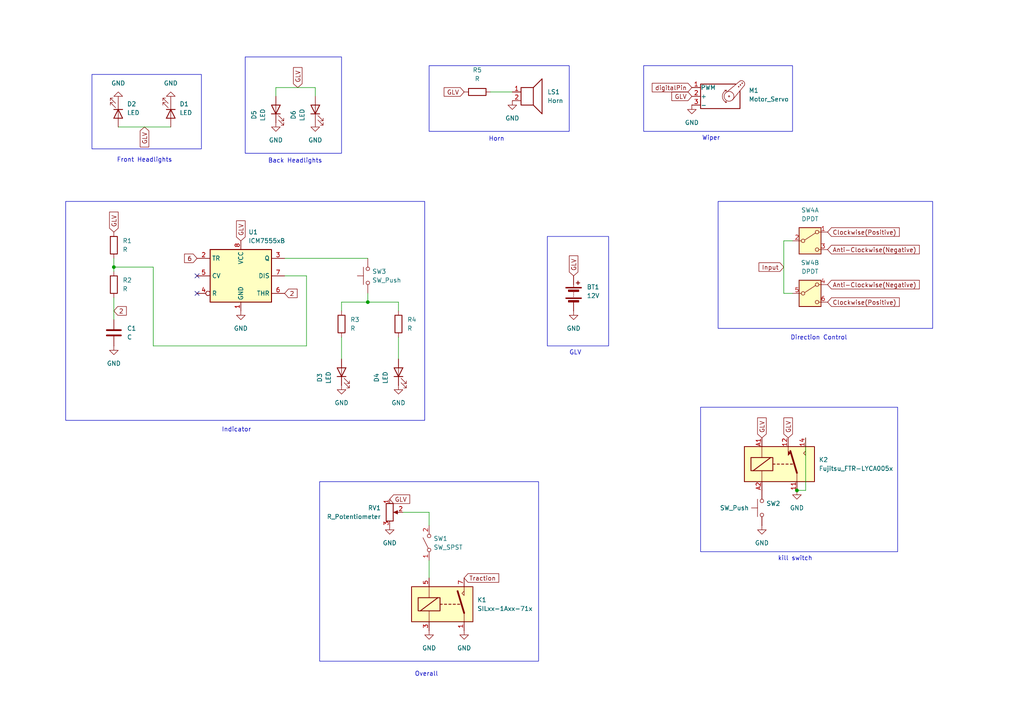
<source format=kicad_sch>
(kicad_sch (version 20231120) (generator "eeschema") (generator_version "8.0")
  (paper "A4")
  (lib_symbols
    (symbol "Device:Battery" (pin_numbers hide) (pin_names (offset 0) hide)
      (property "Reference" "BT" (at 2.54 2.54 0))
      (property "Value" "Battery" (at 2.54 0 0))
      (symbol "Battery_0_1"
        (rectangle (start -2.286 -1.27) (end 2.286 -1.524) (fill (type outline)))
        (rectangle (start -2.286 1.778) (end 2.286 1.524) (fill (type outline)))
        (rectangle (start -1.524 -2.032) (end 1.524 -2.54) (fill (type outline)))
        (rectangle (start -1.524 1.016) (end 1.524 0.508) (fill (type outline)))
        (polyline (pts (xy 0 -1.016) (xy 0 -0.762)))
        (polyline (pts (xy 0 -0.508) (xy 0 -0.254)))
        (polyline (pts (xy 0 0) (xy 0 0.254)))
        (polyline (pts (xy 0 1.778) (xy 0 2.54)))
        (polyline (pts (xy 0.762 3.048) (xy 1.778 3.048)) (stroke (width 0.254)))
        (polyline (pts (xy 1.27 3.556) (xy 1.27 2.54)) (stroke (width 0.254)))
      )
      (symbol "Battery_1_1"
        (pin passive line (at 0 5.08 270) (length 2.54) (name "+") (number "1"))
        (pin passive line (at 0 -5.08 90) (length 2.54) (name "-") (number "2"))
      )
    )
    (symbol "Device:C" (pin_numbers hide) (pin_names (offset 0.254))
      (property "Reference" "C" (at 0.635 2.54 0))
      (property "Value" "C" (at 0.635 -2.54 0))
      (symbol "C_0_1"
        (polyline (pts (xy -2.032 -0.762) (xy 2.032 -0.762)) (stroke (width 0.508)))
        (polyline (pts (xy -2.032 0.762) (xy 2.032 0.762)) (stroke (width 0.508)))
      )
      (symbol "C_1_1"
        (pin passive line (at 0 3.81 270) (length 2.794) (name "~") (number "1"))
        (pin passive line (at 0 -3.81 90) (length 2.794) (name "~") (number "2"))
      )
    )
    (symbol "Device:LED" (pin_numbers hide) (pin_names (offset 1.016) hide)
      (property "Reference" "D" (at 0 2.54 0))
      (property "Value" "LED" (at 0 -2.54 0))
      (symbol "LED_0_1"
        (polyline (pts (xy -1.27 -1.27) (xy -1.27 1.27)) (stroke (width 0.254)))
        (polyline (pts (xy -1.27 0) (xy 1.27 0)))
        (polyline (pts (xy 1.27 -1.27) (xy 1.27 1.27) (xy -1.27 0) (xy 1.27 -1.27)) (stroke (width 0.254)))
        (polyline (pts (xy -3.048 -0.762) (xy -4.572 -2.286) (xy -3.81 -2.286) (xy -4.572 -2.286) (xy -4.572 -1.524)))
        (polyline (pts (xy -1.778 -0.762) (xy -3.302 -2.286) (xy -2.54 -2.286) (xy -3.302 -2.286) (xy -3.302 -1.524)))
      )
      (symbol "LED_1_1"
        (pin passive line (at -3.81 0 0) (length 2.54) (name "K") (number "1"))
        (pin passive line (at 3.81 0 180) (length 2.54) (name "A") (number "2"))
      )
    )
    (symbol "Device:R" (pin_numbers hide) (pin_names (offset 0))
      (property "Reference" "R" (at 2.032 0 90))
      (property "Value" "R" (at 0 0 90))
      (symbol "R_0_1"
        (rectangle (start -1.016 -2.54) (end 1.016 2.54) (stroke (width 0.254)))
      )
      (symbol "R_1_1"
        (pin passive line (at 0 3.81 270) (length 1.27) (name "~") (number "1"))
        (pin passive line (at 0 -3.81 90) (length 1.27) (name "~") (number "2"))
      )
    )
    (symbol "Device:R_Potentiometer" (pin_names (offset 1.016) hide)
      (property "Reference" "RV" (at -4.445 0 90))
      (property "Value" "R_Potentiometer" (at -2.54 0 90))
      (symbol "R_Potentiometer_0_1"
        (polyline (pts (xy 2.54 0) (xy 1.524 0)))
        (polyline (pts (xy 1.143 0) (xy 2.286 0.508) (xy 2.286 -0.508) (xy 1.143 0)) (fill (type outline)))
        (rectangle (start 1.016 2.54) (end -1.016 -2.54) (stroke (width 0.254)))
      )
      (symbol "R_Potentiometer_1_1"
        (pin passive line (at 0 3.81 270) (length 1.27) (name "1") (number "1"))
        (pin passive line (at 3.81 0 180) (length 1.27) (name "2") (number "2"))
        (pin passive line (at 0 -3.81 90) (length 1.27) (name "3") (number "3"))
      )
    )
    (symbol "Device:Speaker" (pin_names (offset 0) hide)
      (property "Reference" "LS" (at 1.27 5.715 0))
      (property "Value" "Speaker" (at 1.27 3.81 0))
      (symbol "Speaker_0_0"
        (rectangle (start -2.54 1.27) (end 1.016 -3.81) (stroke (width 0.254)))
        (polyline (pts (xy 1.016 1.27) (xy 3.556 3.81) (xy 3.556 -6.35) (xy 1.016 -3.81)) (stroke (width 0.254)))
      )
      (symbol "Speaker_1_1"
        (pin input line (at -5.08 0 0) (length 2.54) (name "1") (number "1"))
        (pin input line (at -5.08 -2.54 0) (length 2.54) (name "2") (number "2"))
      )
    )
    (symbol "Motor:Motor_Servo" (pin_names (offset 0.0254))
      (property "Reference" "M" (at -5.08 4.445 0))
      (property "Value" "Motor_Servo" (at -5.08 -4.064 0))
      (symbol "Motor_Servo_0_1"
        (polyline (pts (xy 2.413 -1.778) (xy 2.032 -1.778)))
        (polyline (pts (xy 2.413 -1.778) (xy 2.286 -1.397)))
        (polyline (pts (xy 2.413 1.778) (xy 1.905 1.778)))
        (polyline (pts (xy 2.413 1.778) (xy 2.286 1.397)))
        (polyline (pts (xy 6.35 4.445) (xy 2.54 1.27)))
        (polyline (pts (xy 7.62 3.175) (xy 4.191 -1.016)))
        (polyline (pts (xy 5.08 3.556) (xy -5.08 3.556) (xy -5.08 -3.556) (xy 6.35 -3.556) (xy 6.35 1.524)) (stroke (width 0.254)))
        (arc (start 2.413 1.778) (mid 1.2406 0) (end 2.413 -1.778))
        (circle (center 3.175 0) (radius 0.1778))
        (circle (center 3.175 0) (radius 1.4224))
        (circle (center 5.969 2.794) (radius 0.127))
        (circle (center 6.477 3.302) (radius 0.127))
        (circle (center 6.985 3.81) (radius 0.127))
        (arc (start 7.62 3.175) (mid 7.4485 4.2735) (end 6.35 4.445))
      )
      (symbol "Motor_Servo_1_1"
        (pin passive line (at -7.62 2.54 0) (length 2.54) (name "PWM") (number "1"))
        (pin passive line (at -7.62 0 0) (length 2.54) (name "+") (number "2"))
        (pin passive line (at -7.62 -2.54 0) (length 2.54) (name "-") (number "3"))
      )
    )
    (symbol "Relay:Fujitsu_FTR-LYCA005x"
      (property "Reference" "K" (at 11.43 3.81 0))
      (property "Value" "Fujitsu_FTR-LYCA005x" (at 11.43 1.27 0))
      (symbol "Fujitsu_FTR-LYCA005x_0_0"
        (polyline (pts (xy 7.62 5.08) (xy 7.62 2.54) (xy 6.985 3.175) (xy 7.62 3.81)))
      )
      (symbol "Fujitsu_FTR-LYCA005x_0_1"
        (rectangle (start -10.16 5.08) (end 10.16 -5.08) (stroke (width 0.254)) (fill (type background)))
        (rectangle (start -8.255 1.905) (end -1.905 -1.905) (stroke (width 0.254)))
        (polyline (pts (xy -7.62 -1.905) (xy -2.54 1.905)) (stroke (width 0.254)))
        (polyline (pts (xy -5.08 -5.08) (xy -5.08 -1.905)))
        (polyline (pts (xy -5.08 5.08) (xy -5.08 1.905)))
        (polyline (pts (xy -1.905 0) (xy -1.27 0)) (stroke (width 0.254)))
        (polyline (pts (xy -0.635 0) (xy 0 0)) (stroke (width 0.254)))
        (polyline (pts (xy 0.635 0) (xy 1.27 0)) (stroke (width 0.254)))
        (polyline (pts (xy 1.905 0) (xy 2.54 0)) (stroke (width 0.254)))
        (polyline (pts (xy 3.175 0) (xy 3.81 0)) (stroke (width 0.254)))
        (polyline (pts (xy 5.08 -2.54) (xy 3.175 3.81)) (stroke (width 0.508)))
        (polyline (pts (xy 5.08 -2.54) (xy 5.08 -5.08)))
        (polyline (pts (xy 2.54 5.08) (xy 2.54 2.54) (xy 3.175 3.175) (xy 2.54 3.81)) (fill (type outline)))
      )
      (symbol "Fujitsu_FTR-LYCA005x_1_1"
        (pin passive line (at 5.08 -7.62 90) (length 2.54) (name "~") (number "11"))
        (pin passive line (at 2.54 7.62 270) (length 2.54) (name "~") (number "12"))
        (pin passive line (at 7.62 7.62 270) (length 2.54) (name "~") (number "14"))
        (pin passive line (at -5.08 7.62 270) (length 2.54) (name "~") (number "A1"))
        (pin passive line (at -5.08 -7.62 90) (length 2.54) (name "~") (number "A2"))
      )
    )
    (symbol "Relay:SILxx-1Axx-71x"
      (property "Reference" "K" (at 8.89 3.81 0))
      (property "Value" "SILxx-1Axx-71x" (at 8.89 1.27 0))
      (symbol "SILxx-1Axx-71x_0_0"
        (polyline (pts (xy 5.08 5.08) (xy 5.08 2.54) (xy 4.445 3.175) (xy 5.08 3.81)))
      )
      (symbol "SILxx-1Axx-71x_0_1"
        (rectangle (start -10.16 5.08) (end 7.62 -5.08) (stroke (width 0.254)) (fill (type background)))
        (rectangle (start -8.255 1.905) (end -1.905 -1.905) (stroke (width 0.254)))
        (polyline (pts (xy -7.62 -1.905) (xy -2.54 1.905)) (stroke (width 0.254)))
        (polyline (pts (xy -5.08 -5.08) (xy -5.08 -1.905)))
        (polyline (pts (xy -5.08 5.08) (xy -5.08 1.905)))
        (polyline (pts (xy -1.905 0) (xy -1.27 0)) (stroke (width 0.254)))
        (polyline (pts (xy -0.635 0) (xy 0 0)) (stroke (width 0.254)))
        (polyline (pts (xy 0.635 0) (xy 1.27 0)) (stroke (width 0.254)))
        (polyline (pts (xy 1.905 0) (xy 2.54 0)) (stroke (width 0.254)))
        (polyline (pts (xy 3.175 0) (xy 3.81 0)) (stroke (width 0.254)))
        (polyline (pts (xy 5.08 -2.54) (xy 3.175 3.81)) (stroke (width 0.508)))
        (polyline (pts (xy 5.08 -2.54) (xy 5.08 -5.08)))
      )
      (symbol "SILxx-1Axx-71x_1_1"
        (pin passive line (at 5.08 -7.62 90) (length 2.54) (name "~") (number "1"))
        (pin passive line (at -5.08 -7.62 90) (length 2.54) (name "~") (number "3"))
        (pin passive line (at -5.08 7.62 270) (length 2.54) (name "~") (number "5"))
        (pin passive line (at 5.08 7.62 270) (length 2.54) (name "~") (number "7"))
      )
    )
    (symbol "Switch:SW_DPDT_x2" (pin_names (offset 0) hide)
      (property "Reference" "SW" (at 0 5.08 0))
      (property "Value" "SW_DPDT_x2" (at 0 -5.08 0))
      (symbol "SW_DPDT_x2_0_0"
        (circle (center -2.032 0) (radius 0.508))
        (circle (center 2.032 -2.54) (radius 0.508))
      )
      (symbol "SW_DPDT_x2_0_1"
        (rectangle (start -3.175 3.81) (end 3.175 -3.81) (stroke (width 0.254)) (fill (type background)))
        (polyline (pts (xy -1.524 0.254) (xy 1.5748 2.286)))
        (circle (center 2.032 2.54) (radius 0.508))
      )
      (symbol "SW_DPDT_x2_1_1"
        (pin passive line (at 5.08 2.54 180) (length 2.54) (name "A") (number "1"))
        (pin passive line (at -5.08 0 0) (length 2.54) (name "B") (number "2"))
        (pin passive line (at 5.08 -2.54 180) (length 2.54) (name "C") (number "3"))
      )
      (symbol "SW_DPDT_x2_2_1"
        (pin passive line (at 5.08 2.54 180) (length 2.54) (name "A") (number "4"))
        (pin passive line (at -5.08 0 0) (length 2.54) (name "B") (number "5"))
        (pin passive line (at 5.08 -2.54 180) (length 2.54) (name "C") (number "6"))
      )
    )
    (symbol "Switch:SW_Push" (pin_numbers hide) (pin_names (offset 1.016) hide)
      (property "Reference" "SW" (at 1.27 2.54 0))
      (property "Value" "SW_Push" (at 0 -1.524 0))
      (symbol "SW_Push_0_1"
        (circle (center -2.032 0) (radius 0.508))
        (polyline (pts (xy 0 1.27) (xy 0 3.048)))
        (polyline (pts (xy 2.54 1.27) (xy -2.54 1.27)))
        (circle (center 2.032 0) (radius 0.508))
        (pin passive line (at -5.08 0 0) (length 2.54) (name "1") (number "1"))
        (pin passive line (at 5.08 0 180) (length 2.54) (name "2") (number "2"))
      )
    )
    (symbol "Switch:SW_SPST" (pin_names (offset 0) hide)
      (property "Reference" "SW" (at 0 3.175 0))
      (property "Value" "SW_SPST" (at 0 -2.54 0))
      (symbol "SW_SPST_0_0"
        (circle (center -2.032 0) (radius 0.508))
        (polyline (pts (xy -1.524 0.254) (xy 1.524 1.778)))
        (circle (center 2.032 0) (radius 0.508))
      )
      (symbol "SW_SPST_1_1"
        (pin passive line (at -5.08 0 0) (length 2.54) (name "A") (number "1"))
        (pin passive line (at 5.08 0 180) (length 2.54) (name "B") (number "2"))
      )
    )
    (symbol "Timer:ICM7555xB"
      (property "Reference" "U" (at -10.16 8.89 0))
      (property "Value" "ICM7555xB" (at 2.54 8.89 0))
      (symbol "ICM7555xB_0_0"
        (pin power_in line (at 0 -10.16 90) (length 2.54) (name "GND") (number "1"))
        (pin power_in line (at 0 10.16 270) (length 2.54) (name "VCC") (number "8"))
      )
      (symbol "ICM7555xB_0_1"
        (rectangle (start -8.89 -7.62) (end 8.89 7.62) (stroke (width 0.254)) (fill (type background)))
        (rectangle (start -8.89 -7.62) (end 8.89 7.62) (stroke (width 0.254)) (fill (type background)))
      )
      (symbol "ICM7555xB_1_1"
        (pin input line (at -12.7 5.08 0) (length 3.81) (name "TR") (number "2"))
        (pin output line (at 12.7 5.08 180) (length 3.81) (name "Q") (number "3"))
        (pin input inverted (at -12.7 -5.08 0) (length 3.81) (name "R") (number "4"))
        (pin input line (at -12.7 0 0) (length 3.81) (name "CV") (number "5"))
        (pin input line (at 12.7 -5.08 180) (length 3.81) (name "THR") (number "6"))
        (pin input line (at 12.7 0 180) (length 3.81) (name "DIS") (number "7"))
      )
    )
    (symbol "power:GND" (power) (pin_numbers hide) (pin_names (offset 0) hide)
      (property "Value" "GND" (at 0 -3.81 0))
      (symbol "GND_0_1"
        (polyline (pts (xy 0 0) (xy 0 -1.27) (xy 1.27 -1.27) (xy 0 -2.54) (xy -1.27 -1.27) (xy 0 -1.27)))
      )
      (symbol "GND_1_1"
        (pin power_in line (at 0 0 270) (length 0) (name "~") (number "1"))
      )
    )
  )
  (junction (at 231.14 142.24))
  (junction (at 106.68 87.63))
  (junction (at 33.02 77.47))
  (no_connect (at 57.15 85.09))
  (no_connect (at 57.15 80.01))
  (wire (pts (xy 88.9 100.33) (xy 44.45 100.33)))
  (wire (pts (xy 124.46 162.56) (xy 124.46 167.64)))
  (wire (pts (xy 106.68 85.09) (xy 106.68 87.63)))
  (wire (pts (xy 80.01 25.4) (xy 91.44 25.4)))
  (wire (pts (xy 99.06 97.79) (xy 99.06 104.14)))
  (wire (pts (xy 91.44 25.4) (xy 91.44 27.94)))
  (wire (pts (xy 82.55 74.93) (xy 106.68 74.93)))
  (wire (pts (xy 99.06 87.63) (xy 99.06 90.17)))
  (wire (pts (xy 115.57 97.79) (xy 115.57 104.14)))
  (wire (pts (xy 229.87 69.85) (xy 227.33 69.85)))
  (wire (pts (xy 88.9 80.01) (xy 88.9 100.33)))
  (wire (pts (xy 115.57 90.17) (xy 115.57 87.63)))
  (wire (pts (xy 44.45 77.47) (xy 33.02 77.47)))
  (wire (pts (xy 44.45 100.33) (xy 44.45 77.47)))
  (wire (pts (xy 82.55 80.01) (xy 88.9 80.01)))
  (wire (pts (xy 34.29 36.83) (xy 49.53 36.83)))
  (wire (pts (xy 124.46 152.4) (xy 124.46 148.59)))
  (wire (pts (xy 233.68 142.24) (xy 231.14 142.24)))
  (wire (pts (xy 142.24 26.67) (xy 148.59 26.67)))
  (wire (pts (xy 33.02 74.93) (xy 33.02 77.47)))
  (wire (pts (xy 33.02 77.47) (xy 33.02 78.74)))
  (wire (pts (xy 33.02 86.36) (xy 33.02 92.71)))
  (wire (pts (xy 106.68 87.63) (xy 115.57 87.63)))
  (wire (pts (xy 233.68 127) (xy 233.68 142.24)))
  (wire (pts (xy 227.33 69.85) (xy 227.33 85.09)))
  (wire (pts (xy 227.33 85.09) (xy 229.87 85.09)))
  (wire (pts (xy 106.68 87.63) (xy 99.06 87.63)))
  (wire (pts (xy 116.84 148.59) (xy 124.46 148.59)))
  (wire (pts (xy 80.01 27.94) (xy 80.01 25.4)))
  (rectangle (start 186.69 19.05) (end 229.87 38.1))
  (rectangle (start 19.05 58.42) (end 123.19 121.92))
  (rectangle (start 26.67 21.59) (end 58.42 43.18))
  (rectangle (start 208.28 58.42) (end 270.51 95.25))
  (rectangle (start 203.2 118.11) (end 260.35 160.02))
  (rectangle (start 158.75 68.58) (end 176.53 100.33))
  (rectangle (start 92.71 139.7) (end 156.21 191.77))
  (rectangle (start 71.12 16.51) (end 99.06 44.45))
  (rectangle (start 124.46 19.05) (end 165.1 38.1))
  (text "Wiper\n" (at 206.248 40.132 0) (effects (font (size 1.27 1.27))))
  (text "kill switch" (at 230.632 162.052 0) (effects (font (size 1.27 1.27))))
  (text "Horn\n" (at 144.018 40.386 0) (effects (font (size 1.27 1.27))))
  (text "Indicator\n" (at 68.58 124.714 0) (effects (font (size 1.27 1.27))))
  (text "Back Headlights\n" (at 85.598 46.736 0) (effects (font (size 1.27 1.27))))
  (text "GLV" (at 166.878 102.362 0) (effects (font (size 1.27 1.27))))
  (text "Overall" (at 123.698 195.58 0) (effects (font (size 1.27 1.27))))
  (text "Direction Control " (at 237.998 98.044 0) (effects (font (size 1.27 1.27))))
  (text "Front Headlights\n" (at 41.91 46.482 0) (effects (font (size 1.27 1.27))))
  (global_label "GLV" (shape input) (at 41.91 36.83 270) (property "Intersheetrefs" "${INTERSHEET_REFS}" (effects (hide yes))))
  (global_label "GLV" (shape input) (at 69.85 69.85 90) (property "Intersheetrefs" "${INTERSHEET_REFS}" (effects (hide yes))))
  (global_label "Anti-Clockwise(Negative)" (shape input) (at 240.03 82.55 0) (property "Intersheetrefs" "${INTERSHEET_REFS}" (effects (hide yes))))
  (global_label "digitalPin" (shape input) (at 200.66 25.4 180) (property "Intersheetrefs" "${INTERSHEET_REFS}" (effects (hide yes))))
  (global_label "GLV" (shape input) (at 86.36 25.4 90) (property "Intersheetrefs" "${INTERSHEET_REFS}" (effects (hide yes))))
  (global_label "Clockwise(Positive)" (shape input) (at 240.03 87.63 0) (property "Intersheetrefs" "${INTERSHEET_REFS}" (effects (hide yes))))
  (global_label "GLV" (shape input) (at 166.37 80.01 90) (property "Intersheetrefs" "${INTERSHEET_REFS}" (effects (hide yes))))
  (global_label "6" (shape input) (at 57.15 74.93 180) (property "Intersheetrefs" "${INTERSHEET_REFS}" (effects (hide yes))))
  (global_label "Input" (shape input) (at 227.33 77.47 180) (property "Intersheetrefs" "${INTERSHEET_REFS}" (effects (hide yes))))
  (global_label "2" (shape input) (at 82.55 85.09 0) (property "Intersheetrefs" "${INTERSHEET_REFS}" (effects (hide yes))))
  (global_label "GLV" (shape input) (at 134.62 26.67 180) (property "Intersheetrefs" "${INTERSHEET_REFS}" (effects (hide yes))))
  (global_label "Traction" (shape input) (at 134.62 167.64 0) (property "Intersheetrefs" "${INTERSHEET_REFS}" (effects (hide yes))))
  (global_label "Anti-Clockwise(Negative)" (shape input) (at 240.03 72.39 0) (property "Intersheetrefs" "${INTERSHEET_REFS}" (effects (hide yes))))
  (global_label "GLV" (shape input) (at 228.6 127 90) (property "Intersheetrefs" "${INTERSHEET_REFS}" (effects (hide yes))))
  (global_label "Clockwise(Positive)" (shape input) (at 240.03 67.31 0) (property "Intersheetrefs" "${INTERSHEET_REFS}" (effects (hide yes))))
  (global_label "GLV" (shape input) (at 220.98 127 90) (property "Intersheetrefs" "${INTERSHEET_REFS}" (effects (hide yes))))
  (global_label "GLV" (shape input) (at 200.66 27.94 180) (property "Intersheetrefs" "${INTERSHEET_REFS}" (effects (hide yes))))
  (global_label "GLV" (shape input) (at 113.03 144.78 0) (property "Intersheetrefs" "${INTERSHEET_REFS}" (effects (hide yes))))
  (global_label "2" (shape input) (at 33.02 90.17 0) (property "Intersheetrefs" "${INTERSHEET_REFS}" (effects (hide yes))))
  (global_label "GLV" (shape input) (at 33.02 67.31 90) (property "Intersheetrefs" "${INTERSHEET_REFS}" (effects (hide yes))))
  (symbol (lib_id "power:GND") (at 113.03 152.4 0) (unit 1)
    (property "Reference" "#PWR03" (effects (hide yes)))
    (property "Value" "GND" (at 113.03 157.48 0))
    (property "Description" "Power symbol creates a global label with name \"GND\" , ground" (effects (hide yes)))
  )
  (symbol (lib_id "power:GND") (at 124.46 182.88 0) (unit 1)
    (property "Reference" "#PWR01" (effects (hide yes)))
    (property "Value" "GND" (at 124.46 187.96 0))
    (property "Description" "Power symbol creates a global label with name \"GND\" , ground" (effects (hide yes)))
  )
  (symbol (lib_id "Device:R_Potentiometer") (at 113.03 148.59 0) (unit 1)
    (property "Reference" "RV1" (at 110.49 147.3199 0) (effects (justify right)))
    (property "Value" "R_Potentiometer" (at 110.49 149.8599 0) (effects (justify right)))
    (property "Description" "Potentiometer" (effects (hide yes)))
  )
  (symbol (lib_id "Switch:SW_Push") (at 106.68 80.01 90) (unit 1)
    (property "Reference" "SW3" (at 107.95 78.7399 90) (effects (justify right)))
    (property "Value" "SW_Push" (at 107.95 81.2799 90) (effects (justify right)))
    (property "Description" "Push button switch, generic, two pins" (effects (hide yes)))
  )
  (symbol (lib_id "Timer:ICM7555xB") (at 69.85 80.01 0) (unit 1)
    (property "Reference" "U1" (at 72.0441 67.31 0) (effects (justify left)))
    (property "Value" "ICM7555xB" (at 72.0441 69.85 0) (effects (justify left)))
    (property "Footprint" "Package_SO:SOIC-8_3.9x4.9mm_P1.27mm" (effects (hide yes)))
    (property "Datasheet" "http://www.intersil.com/content/dam/Intersil/documents/icm7/icm7555-56.pdf" (effects (hide yes)))
    (property "Description" "CMOS General Purpose Timer, 555 compatible, SOIC-8" (effects (hide yes)))
  )
  (symbol (lib_id "power:GND") (at 231.14 142.24 0) (unit 1)
    (property "Reference" "#PWR04" (effects (hide yes)))
    (property "Value" "GND" (at 231.14 147.32 0))
    (property "Description" "Power symbol creates a global label with name \"GND\" , ground" (effects (hide yes)))
  )
  (symbol (lib_id "Switch:SW_DPDT_x2") (at 234.95 69.85 0) (unit 1)
    (property "Reference" "SW4" (at 234.95 60.96 0))
    (property "Value" "DPDT" (at 234.95 63.5 0))
    (property "Description" "Switch, dual pole double throw, separate symbols" (effects (hide yes)))
  )
  (symbol (lib_id "power:GND") (at 220.98 152.4 0) (unit 1)
    (property "Reference" "#PWR05" (effects (hide yes)))
    (property "Value" "GND" (at 220.98 157.48 0))
    (property "Description" "Power symbol creates a global label with name \"GND\" , ground" (effects (hide yes)))
  )
  (symbol (lib_id "Switch:SW_Push") (at 220.98 147.32 90) (unit 1)
    (property "Reference" "SW2" (at 222.25 146.0499 90) (effects (justify right)))
    (property "Value" "SW_Push" (at 208.788 147.32 90) (effects (justify right)))
    (property "Description" "Push button switch, generic, two pins" (effects (hide yes)))
  )
  (symbol (lib_id "Device:LED") (at 49.53 33.02 270) (unit 1)
    (property "Reference" "D1" (at 52.07 30.1624 90) (effects (justify left)))
    (property "Value" "LED" (at 52.07 32.7024 90) (effects (justify left)))
    (property "Description" "Light emitting diode" (effects (hide yes)))
  )
  (symbol (lib_id "power:GND") (at 80.01 35.56 0) (unit 1)
    (property "Reference" "#PWR012" (effects (hide yes)))
    (property "Value" "GND" (at 80.01 40.64 0))
    (property "Description" "Power symbol creates a global label with name \"GND\" , ground" (effects (hide yes)))
  )
  (symbol (lib_id "Relay:SILxx-1Axx-71x") (at 129.54 175.26 0) (unit 1)
    (property "Reference" "K1" (at 138.43 173.9899 0) (effects (justify left)))
    (property "Value" "SILxx-1Axx-71x" (at 138.43 176.5299 0) (effects (justify left)))
    (property "Footprint" "Relay_THT:Relay_SPST_StandexMeder_SIL_Form1A" (effects (hide yes)))
    (property "Datasheet" "https://standexelectronics.com/wp-content/uploads/datasheet_reed_relay_SIL.pdf" (effects (hide yes)))
    (property "Description" "Standex Meder SIL reed relay, SPST, Closing Contact" (effects (hide yes)))
  )
  (symbol (lib_id "power:GND") (at 91.44 35.56 0) (unit 1)
    (property "Reference" "#PWR013" (effects (hide yes)))
    (property "Value" "GND" (at 91.44 40.64 0))
    (property "Description" "Power symbol creates a global label with name \"GND\" , ground" (effects (hide yes)))
  )
  (symbol (lib_id "Device:R") (at 33.02 71.12 0) (unit 1)
    (property "Reference" "R1" (at 35.56 69.8499 0) (effects (justify left)))
    (property "Value" "R" (at 35.56 72.3899 0) (effects (justify left)))
    (property "Description" "Resistor" (effects (hide yes)))
  )
  (symbol (lib_id "Relay:Fujitsu_FTR-LYCA005x") (at 226.06 134.62 0) (unit 1)
    (property "Reference" "K2" (at 237.49 133.3499 0) (effects (justify left)))
    (property "Value" "Fujitsu_FTR-LYCA005x" (at 237.49 135.8899 0) (effects (justify left)))
    (property "Footprint" "Relay_THT:Relay_SPDT_Fujitsu_FTR-LYCA005x_FormC_Vertical" (effects (hide yes)))
    (property "Datasheet" "https://www.fujitsu.com/sg/imagesgig5/ftr-ly.pdf" (effects (hide yes)))
    (property "Description" "Relay, SPDT Form C, vertical mount, 5-60V coil, 6A, 250VAC, 28 x 5 x 15mm" (effects (hide yes)))
  )
  (symbol (lib_id "Device:R") (at 115.57 93.98 0) (unit 1)
    (property "Reference" "R4" (at 118.11 92.7099 0) (effects (justify left)))
    (property "Value" "R" (at 118.11 95.2499 0) (effects (justify left)))
    (property "Description" "Resistor" (effects (hide yes)))
  )
  (symbol (lib_id "Device:LED") (at 80.01 31.75 90) (unit 1)
    (property "Reference" "D5" (at 73.66 33.3375 0))
    (property "Value" "LED" (at 76.2 33.3375 0))
    (property "Description" "Light emitting diode" (effects (hide yes)))
  )
  (symbol (lib_id "Device:Battery") (at 166.37 85.09 0) (unit 1)
    (property "Reference" "BT1" (at 170.18 83.2484 0) (effects (justify left)))
    (property "Value" "12V" (at 170.18 85.7884 0) (effects (justify left)))
    (property "Description" "Multiple-cell battery" (effects (hide yes)))
  )
  (symbol (lib_id "Device:R") (at 138.43 26.67 90) (unit 1)
    (property "Reference" "R5" (at 138.43 20.32 90))
    (property "Value" "R" (at 138.43 22.86 90))
    (property "Description" "Resistor" (effects (hide yes)))
  )
  (symbol (lib_id "Device:LED") (at 99.06 107.95 90) (unit 1)
    (property "Reference" "D3" (at 92.71 109.5375 0))
    (property "Value" "LED" (at 95.25 109.5375 0))
    (property "Description" "Light emitting diode" (effects (hide yes)))
  )
  (symbol (lib_id "Switch:SW_DPDT_x2") (at 234.95 85.09 0) (unit 2)
    (property "Reference" "SW4" (at 234.95 76.2 0))
    (property "Value" "DPDT" (at 234.95 78.74 0))
    (property "Description" "Switch, dual pole double throw, separate symbols" (effects (hide yes)))
  )
  (symbol (lib_id "Device:R") (at 33.02 82.55 0) (unit 1)
    (property "Reference" "R2" (at 35.56 81.2799 0) (effects (justify left)))
    (property "Value" "R" (at 35.56 83.8199 0) (effects (justify left)))
    (property "Description" "Resistor" (effects (hide yes)))
  )
  (symbol (lib_id "power:GND") (at 33.02 100.33 0) (unit 1)
    (property "Reference" "#PWR09" (effects (hide yes)))
    (property "Value" "GND" (at 33.02 105.41 0))
    (property "Description" "Power symbol creates a global label with name \"GND\" , ground" (effects (hide yes)))
  )
  (symbol (lib_id "Device:R") (at 99.06 93.98 0) (unit 1)
    (property "Reference" "R3" (at 101.6 92.7099 0) (effects (justify left)))
    (property "Value" "R" (at 101.6 95.2499 0) (effects (justify left)))
    (property "Description" "Resistor" (effects (hide yes)))
  )
  (symbol (lib_id "power:GND") (at 99.06 111.76 0) (unit 1)
    (property "Reference" "#PWR011" (effects (hide yes)))
    (property "Value" "GND" (at 99.06 116.84 0))
    (property "Description" "Power symbol creates a global label with name \"GND\" , ground" (effects (hide yes)))
  )
  (symbol (lib_id "Device:LED") (at 91.44 31.75 90) (unit 1)
    (property "Reference" "D6" (at 85.09 33.3375 0))
    (property "Value" "LED" (at 87.63 33.3375 0))
    (property "Description" "Light emitting diode" (effects (hide yes)))
  )
  (symbol (lib_id "Device:Speaker") (at 153.67 26.67 0) (unit 1)
    (property "Reference" "LS1" (at 158.75 26.6699 0) (effects (justify left)))
    (property "Value" "Horn" (at 158.75 29.2099 0) (effects (justify left)))
    (property "Description" "Speaker" (effects (hide yes)))
  )
  (symbol (lib_id "power:GND") (at 49.53 29.21 180) (unit 1)
    (property "Reference" "#PWR06" (effects (hide yes)))
    (property "Value" "GND" (at 49.53 24.13 0))
    (property "Description" "Power symbol creates a global label with name \"GND\" , ground" (effects (hide yes)))
  )
  (symbol (lib_id "power:GND") (at 134.62 182.88 0) (unit 1)
    (property "Reference" "#PWR02" (effects (hide yes)))
    (property "Value" "GND" (at 134.62 187.96 0))
    (property "Description" "Power symbol creates a global label with name \"GND\" , ground" (effects (hide yes)))
  )
  (symbol (lib_id "Device:C") (at 33.02 96.52 0) (unit 1)
    (property "Reference" "C1" (at 36.83 95.2499 0) (effects (justify left)))
    (property "Value" "C" (at 36.83 97.7899 0) (effects (justify left)))
    (property "Description" "Unpolarized capacitor" (effects (hide yes)))
  )
  (symbol (lib_id "power:GND") (at 34.29 29.21 180) (unit 1)
    (property "Reference" "#PWR07" (effects (hide yes)))
    (property "Value" "GND" (at 34.29 24.13 0))
    (property "Description" "Power symbol creates a global label with name \"GND\" , ground" (effects (hide yes)))
  )
  (symbol (lib_id "Switch:SW_SPST") (at 124.46 157.48 90) (unit 1)
    (property "Reference" "SW1" (at 125.73 156.2099 90) (effects (justify right)))
    (property "Value" "SW_SPST" (at 125.73 158.7499 90) (effects (justify right)))
    (property "Description" "Single Pole Single Throw (SPST) switch" (effects (hide yes)))
  )
  (symbol (lib_id "Device:LED") (at 115.57 107.95 90) (unit 1)
    (property "Reference" "D4" (at 109.22 109.5375 0))
    (property "Value" "LED" (at 111.76 109.5375 0))
    (property "Description" "Light emitting diode" (effects (hide yes)))
  )
  (symbol (lib_id "power:GND") (at 148.59 29.21 0) (unit 1)
    (property "Reference" "#PWR014" (effects (hide yes)))
    (property "Value" "GND" (at 148.59 34.29 0))
    (property "Description" "Power symbol creates a global label with name \"GND\" , ground" (effects (hide yes)))
  )
  (symbol (lib_id "power:GND") (at 115.57 111.76 0) (unit 1)
    (property "Reference" "#PWR010" (effects (hide yes)))
    (property "Value" "GND" (at 115.57 116.84 0))
    (property "Description" "Power symbol creates a global label with name \"GND\" , ground" (effects (hide yes)))
  )
  (symbol (lib_id "Motor:Motor_Servo") (at 208.28 27.94 0) (unit 1)
    (property "Reference" "M1" (at 217.17 26.2365 0) (effects (justify left)))
    (property "Value" "Motor_Servo" (at 217.17 28.7765 0) (effects (justify left)))
    (property "Datasheet" "http://forums.parallax.com/uploads/attachments/46831/74481.png" (effects (hide yes)))
    (property "Description" "Servo Motor (Futaba, HiTec, JR connector)" (effects (hide yes)))
  )
  (symbol (lib_id "power:GND") (at 69.85 90.17 0) (unit 1)
    (property "Reference" "#PWR08" (effects (hide yes)))
    (property "Value" "GND" (at 69.85 95.25 0))
    (property "Description" "Power symbol creates a global label with name \"GND\" , ground" (effects (hide yes)))
  )
  (symbol (lib_id "Device:LED") (at 34.29 33.02 270) (unit 1)
    (property "Reference" "D2" (at 36.83 30.1624 90) (effects (justify left)))
    (property "Value" "LED" (at 36.83 32.7024 90) (effects (justify left)))
    (property "Description" "Light emitting diode" (effects (hide yes)))
  )
  (symbol (lib_id "power:GND") (at 166.37 90.17 0) (unit 1)
    (property "Reference" "#PWR016" (effects (hide yes)))
    (property "Value" "GND" (at 166.37 95.25 0))
    (property "Description" "Power symbol creates a global label with name \"GND\" , ground" (effects (hide yes)))
  )
  (symbol (lib_id "power:GND") (at 200.66 30.48 0) (unit 1)
    (property "Reference" "#PWR015" (effects (hide yes)))
    (property "Value" "GND" (at 200.66 35.56 0))
    (property "Description" "Power symbol creates a global label with name \"GND\" , ground" (effects (hide yes)))
  )
)
</source>
